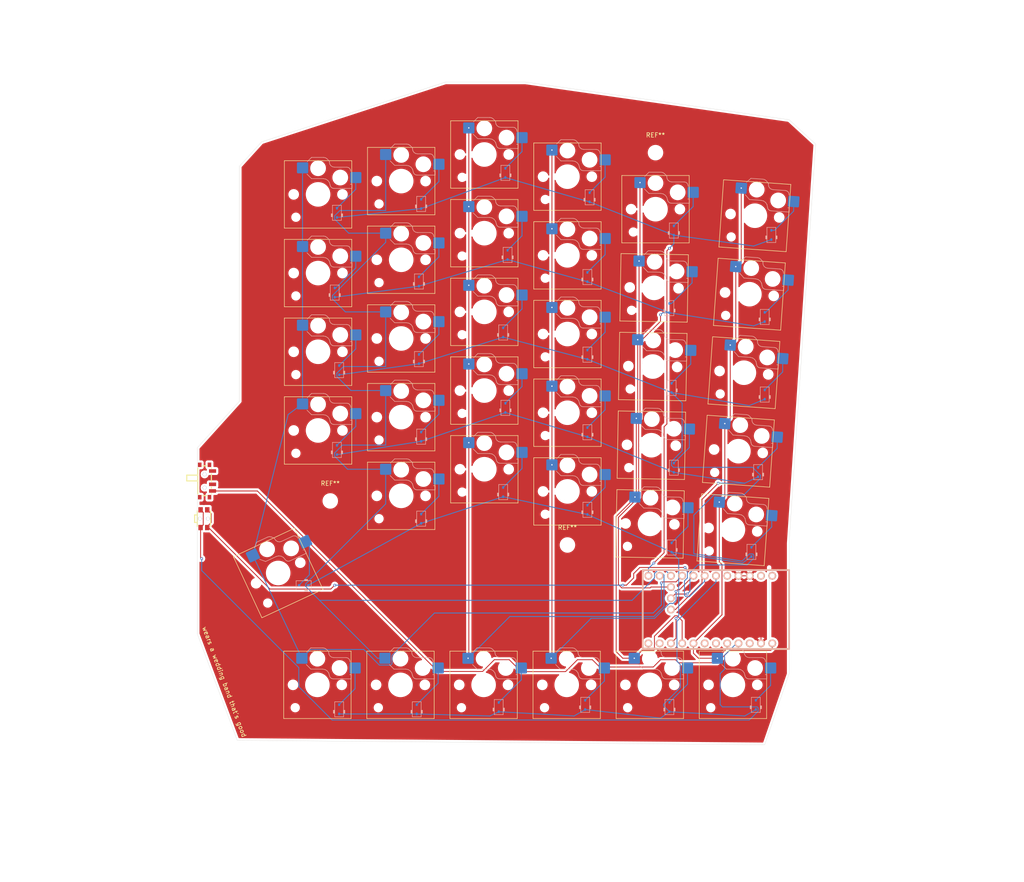
<source format=kicad_pcb>
(kicad_pcb (version 20241229) (generator "pcbnew") (generator_version "9.0")
  (layers (0 "F.Cu" signal) (2 "B.Cu" signal) (13 "F.Paste" user) (15 "B.Paste" user) (5 "F.SilkS" user "F.Silkscreen") (7 "B.SilkS" user "B.Silkscreen") (1 "F.Mask" user) (3 "B.Mask" user) (25 "Edge.Cuts" user))
  (net 0 "")
  (net 1 "Net-(D1-A)")
  (net 2 "Net-(D1-K)")
  (net 3 "Net-(D2-A)")
  (net 4 "Net-(D3-A)")
  (net 5 "Net-(D4-A)")
  (net 6 "Net-(D5-A)")
  (net 7 "Net-(D6-A)")
  (net 8 "Net-(D7-A)")
  (net 9 "Net-(D10-K)")
  (net 10 "Net-(D8-A)")
  (net 11 "Net-(D9-A)")
  (net 12 "Net-(D10-A)")
  (net 13 "Net-(D11-A)")
  (net 14 "Net-(D12-A)")
  (net 15 "Net-(D13-A)")
  (net 16 "Net-(D13-K)")
  (net 17 "Net-(D14-A)")
  (net 18 "Net-(D14-K)")
  (net 19 "Net-(D15-A)")
  (net 20 "Net-(D16-A)")
  (net 21 "Net-(D17-A)")
  (net 22 "Net-(D18-A)")
  (net 23 "Net-(D19-A)")
  (net 24 "Net-(D20-A)")
  (net 25 "Net-(D21-A)")
  (net 26 "Net-(D22-A)")
  (net 27 "Net-(D23-A)")
  (net 28 "Net-(D24-A)")
  (net 29 "Net-(D25-K)")
  (net 30 "Net-(D25-A)")
  (net 31 "Net-(D26-K)")
  (net 32 "Net-(D26-A)")
  (net 33 "Net-(D27-A)")
  (net 34 "Net-(D28-A)")
  (net 35 "Net-(D29-A)")
  (net 36 "Net-(D30-A)")
  (net 37 "Net-(D31-A)")
  (net 38 "Net-(D32-A)")
  (net 39 "Net-(D33-A)")
  (net 40 "Net-(D34-A)")
  (net 41 "Net-(D35-A)")
  (net 42 "Net-(D36-A)")
  (net 43 "Net-(SW1-A)")
  (net 44 "Net-(SW15-A)")
  (net 45 "Net-(SW17-A)")
  (net 46 "Net-(SW10-A)")
  (net 47 "Net-(SW11-A)")
  (net 48 "Net-(SW12-A)")
  (net 49 "Net-(U1-VCC)")
  (net 50 "Net-(U1-P0.22)")
  (net 51 "GND")
  (net 56 "Net-(U1-BATIN{slash}P0.04)")
  (net 57 "unconnected-(U1-NFC2{slash}P0.10-Pad14)")
  (net 67 "-BAT")
  (footprint "PCM_Switch_Keyboard_Hotswap_Kailh:SW_Hotswap_Kailh_Choc_V1V2" (layer "F.Cu") (at 176.782013 48.158052 -4)
    (property "Reference" "SW6" (hide yes))
    (property "Value" "SW_SPST" (hide yes))
  )
  (footprint "PCM_Switch_Keyboard_Hotswap_Kailh:SW_Hotswap_Kailh_Choc_V1V2" (layer "F.Cu") (at 175.543836 65.864814 -4)
    (property "Reference" "SW12" (hide yes))
    (property "Value" "SW_SPST" (hide yes))
  )
  (footprint "PCM_Switch_Keyboard_Hotswap_Kailh:SW_Hotswap_Kailh_Choc_V1V2" (layer "F.Cu") (at 78.25 43.351)
    (property "Reference" "SW1" (hide yes))
    (property "Value" "SW_SPST" (hide yes))
  )
  (footprint "PCM_Switch_Keyboard_Hotswap_Kailh:SW_Hotswap_Kailh_Choc_V1V2" (layer "F.Cu") (at 115.750001 52.101)
    (property "Reference" "SW9" (hide yes))
    (property "Value" "SW_SPST" (hide yes))
  )
  (footprint "PCM_Switch_Keyboard_Hotswap_Kailh:SW_Hotswap_Kailh_Choc_V1V2" (layer "F.Cu") (at 97.000001 58.101)
    (property "Reference" "SW8" (hide yes))
    (property "Value" "SW_SPST" (hide yes))
  )
  (footprint "PCM_Switch_Keyboard_Hotswap_Kailh:SW_Hotswap_Kailh_Choc_V1V2" (layer "F.Cu") (at 97.000001 75.851)
    (property "Reference" "SW15" (hide yes))
    (property "Value" "SW_SPST" (hide yes))
  )
  (footprint "PCM_Switch_Keyboard_Hotswap_Kailh:SW_Hotswap_Kailh_Choc_V1V2" (layer "F.Cu") (at 171.829304 153.9851)
    (property "Reference" "SW36" (hide yes))
    (property "Value" "SW_SPST" (hide yes))
  )
  (footprint "PCM_Switch_Keyboard_Hotswap_Kailh:SW_Hotswap_Kailh_Choc_V1V2" (layer "F.Cu") (at 154.054319 64.435276 -1)
    (property "Reference" "SW11" (hide yes))
    (property "Value" "SW_SPST" (hide yes))
  )
  (footprint "MountingHole:MountingHole_3mm" (layer "F.Cu") (at 81 112.5)
    (property "Reference" "REF**")
    (property "Value" "MountingHole_3mm")
  )
  (footprint "PCM_Switch_Keyboard_Hotswap_Kailh:SW_Hotswap_Kailh_Choc_V1V2" (layer "F.Cu") (at 78.093584 153.9851)
    (property "Reference" "SW26" (hide yes))
    (property "Value" "SW_SPST" (hide yes))
  )
  (footprint "PCM_Switch_Keyboard_Hotswap_Kailh:SW_Hotswap_Kailh_Choc_V1V2" (layer "F.Cu") (at 153.434758 99.92987 -1)
    (property "Reference" "SW22" (hide yes))
    (property "Value" "SW_SPST" (hide yes))
  )
  (footprint "PCM_Switch_Keyboard_Hotswap_Kailh:SW_Hotswap_Kailh_Choc_V1V2" (layer "F.Cu") (at 97.000001 40.351)
    (property "Reference" "SW2" (hide yes))
    (property "Value" "SW_SPST" (hide yes))
  )
  (footprint "PCM_Switch_Keyboard_Hotswap_Kailh:SW_Hotswap_Kailh_Choc_V1V2" (layer "F.Cu") (at 78.25 78.851)
    (property "Reference" "SW13" (hide yes))
    (property "Value" "SW_SPST" (hide yes))
  )
  (footprint "PCM_Switch_Keyboard_Hotswap_Kailh:SW_Hotswap_Kailh_Choc_V1V2" (layer "F.Cu") (at 134.5 74.851)
    (property "Reference" "SW19" (hide yes))
    (property "Value" "SW_SPST" (hide yes))
  )
  (footprint "PCM_Switch_Keyboard_Hotswap_Kailh:SW_Hotswap_Kailh_Choc_V1V2" (layer "F.Cu") (at 115.750001 69.851)
    (property "Reference" "SW17" (hide yes))
    (property "Value" "SW_SPST" (hide yes))
  )
  (footprint "PCM_Switch_Keyboard_Hotswap_Kailh:SW_Hotswap_Kailh_Choc_V1V2" (layer "F.Cu") (at 115.750001 34.351)
    (property "Reference" "SW3" (hide yes))
    (property "Value" "SW_SPST" (hide yes))
  )
  (footprint "PCM_Switch_Keyboard_Hotswap_Kailh:SW_Hotswap_Kailh_Choc_V1V2" (layer "F.Cu") (at 171.829304 118.9851 -4)
    (property "Reference" "SW35" (hide yes))
    (property "Value" "SW_SPST" (hide yes))
  )
  (footprint "PCM_Switch_Keyboard_Hotswap_Kailh:SW_Hotswap_Kailh_Choc_V1V2" (layer "F.Cu") (at 154.364099 46.68798)
    (property "Reference" "SW5" (hide yes))
    (property "Value" "SW_SPST" (hide yes))
  )
  (footprint "easyeda2kicad:SW-SMD_4P-L3.5-W3.0-P1.6-LS4.6_K2-1821SH-A4SW-06" (layer "F.Cu") (at 52.5 116.5 -90)
    (property "Reference" "SW37" (hide yes))
    (property "Value" "GT-TC045B-H036-L1A" (hide yes))
  )
  (footprint "PCM_Switch_Keyboard_Hotswap_Kailh:SW_Hotswap_Kailh_Choc_V1V2" (layer "F.Cu") (at 153.124978 117.677166 -1)
    (property "Reference" "SW33" (hide yes))
    (property "Value" "SW_SPST" (hide yes))
  )
  (footprint "PCM_Switch_Keyboard_Hotswap_Kailh:SW_Hotswap_Kailh_Choc_V1V2" (layer "F.Cu") (at 134.5 39.351)
    (property "Reference" "SW4" (hide yes))
    (property "Value" "SW_SPST" (hide yes))
  )
  (footprint "MountingHole:MountingHole_3mm" (layer "F.Cu") (at 134.5 122.435276)
    (property "Reference" "REF**")
    (property "Value" "MountingHole_3mm")
  )
  (footprint "PCM_Switch_Keyboard_Hotswap_Kailh:SW_Hotswap_Kailh_Choc_V1V2" (layer "F.Cu") (at 115.750001 87.601)
    (property "Reference" "SW18" (hide yes))
    (property "Value" "SW_SPST" (hide yes))
  )
  (footprint "PCM_Switch_Keyboard_Hotswap_Kailh:SW_Hotswap_Kailh_Choc_V1V2" (layer "F.Cu") (at 78.25 61.101)
    (property "Reference" "SW7" (hide yes))
    (property "Value" "SW_SPST" (hide yes))
  )
  (footprint "PCM_Switch_Keyboard_Hotswap_Kailh:SW_Hotswap_Kailh_Choc_V1V2" (layer "F.Cu") (at 97.000001 111.351)
    (property "Reference" "SW27" (hide yes))
    (property "Value" "SW_SPST" (hide yes))
  )
  (footprint "PCM_Switch_Keyboard_Hotswap_Kailh:SW_Hotswap_Kailh_Choc_V1V2" (layer "F.Cu") (at 174.305659 83.571576 -4)
    (property "Reference" "SW23" (hide yes))
    (property "Value" "SW_SPST" (hide yes))
  )
  (footprint "PCM_Switch_Keyboard_Hotswap_Kailh:SW_Hotswap_Kailh_Choc_V1V2" (layer "F.Cu") (at 153.744538 82.182573 -1)
    (property "Reference" "SW21" (hide yes))
    (property "Value" "SW_SPST" (hide yes))
  )
  (footprint "PCM_Switch_Keyboard_Hotswap_Kailh:SW_Hotswap_Kailh_Choc_V1V2" (layer "F.Cu") (at 115.750001 105.351)
    (property "Reference" "SW29" (hide yes))
    (property "Value" "SW_SPST" (hide yes))
  )
  (footprint "easyeda2kicad:SW-SMD_MSK12C02G15-B" (layer "F.Cu") (at 53 108 90)
    (property "Reference" "U2" (hide yes))
    (property "Value" "MSK12C02G15-B" (hide yes))
  )
  (footprint "PCM_Switch_Keyboard_Hotswap_Kailh:SW_Hotswap_Kailh_Choc_V1V2" (layer "F.Cu") (at 134.5 110.351)
    (property "Reference" "SW31" (hide yes))
    (property "Value" "SW_SPST" (hide yes))
  )
  (footprint "Nice!Nano:nice_nano" (layer "F.Cu") (at 166.73 137 180)
    (property "Reference" "U1" (hide yes))
    (property "Value" "nice_nano" (hide yes))
  )
  (footprint "PCM_Switch_Keyboard_Hotswap_Kailh:SW_Hotswap_Kailh_Choc_V1V2" (layer "F.Cu") (at 134.5 92.601)
    (property "Reference" "SW20" (hide yes))
    (property "Value" "SW_SPST" (hide yes))
  )
  (footprint "MountingHole:MountingHole_3mm" (layer "F.Cu") (at 154.364099 33.935256)
    (property "Reference" "REF**")
    (property "Value" "MountingHole_3mm")
  )
  (footprint "PCM_Switch_Keyboard_Hotswap_Kailh:SW_Hotswap_Kailh_Choc_V1V2" (layer "F.Cu") (at 97.000001 93.601)
    (property "Reference" "SW16" (hide yes))
    (property "Value" "SW_SPST" (hide yes))
  )
  (footprint "PCM_Switch_Keyboard_Hotswap_Kailh:SW_Hotswap_Kailh_Choc_V1V2" (layer "F.Cu") (at 78.25 96.601)
    (property "Reference" "SW14" (hide yes))
    (property "Value" "SW_SPST" (hide yes))
  )
  (footprint "PCM_Switch_Keyboard_Hotswap_Kailh:SW_Hotswap_Kailh_Choc_V1V2" (layer "F.Cu") (at 173.067481 101.278338 -4)
    (property "Reference" "SW24" (hide yes))
    (property "Value" "SW_SPST" (hide yes))
  )
  (footprint "PCM_Switch_Keyboard_Hotswap_Kailh:SW_Hotswap_Kailh_Choc_V1V2" (layer "F.Cu") (at 153.08216 153.9851)
    (property "Reference" "SW34" (hide yes))
    (property "Value" "SW_SPST" (hide yes))
  )
  (footprint "PCM_Switch_Keyboard_Hotswap_Kailh:SW_Hotswap_Kailh_Choc_V1V2" (layer "F.Cu") (at 69.25 128.751 25)
    (property "Reference" "SW25" (hide yes))
    (property "Value" "SW_SPST" (hide yes))
  )
  (footprint "PCM_Switch_Keyboard_Hotswap_Kailh:SW_Hotswap_Kailh_Choc_V1V2" (layer "F.Cu") (at 134.335016 153.9851)
    (property "Reference" "SW32" (hide yes))
    (property "Value" "SW_SPST" (hide yes))
  )
  (footprint "PCM_Switch_Keyboard_Hotswap_Kailh:SW_Hotswap_Kailh_Choc_V1V2" (layer "F.Cu") (at 115.587872 153.9851)
    (property "Reference" "SW30" (hide yes))
    (property "Value" "SW_SPST" (hide yes))
  )
  (footprint "PCM_Switch_Keyboard_Hotswap_Kailh:SW_Hotswap_Kailh_Choc_V1V2" (layer "F.Cu") (at 134.5 57.101)
    (property "Reference" "SW10" (hide yes))
    (property "Value" "SW_SPST" (hide yes))
  )
  (footprint "PCM_Switch_Keyboard_Hotswap_Kailh:SW_Hotswap_Kailh_Choc_V1V2" (layer "F.Cu") (at 96.840728 153.9851)
    (property "Reference" "SW28" (hide yes))
    (property "Value" "SW_SPST" (hide yes))
  )
  (footprint "PCM_Diode_SMD_AKL:D_SOD-323" (layer "B.Cu") (at 82.5 47.5 90)
    (property "Reference" "D1" (hide yes))
    (property "Value" "1N4148WS" (hide yes))
  )
  (footprint "PCM_Diode_SMD_AKL:D_SOD-323" (layer "B.Cu") (at 158 123 90)
    (property "Reference" "D33" (hide yes))
    (property "Value" "1N4148WS" (hide yes))
  )
  (footprint "PCM_Diode_SMD_AKL:D_SOD-323" (layer "B.Cu") (at 101.5 116.5 90)
    (property "Reference" "D27" (hide yes))
    (property "Value" "1N4148WS" (hide yes))
  )
  (footprint "PCM_Diode_SMD_AKL:D_SOD-323" (layer "B.Cu") (at 75 131.5 180)
    (property "Reference" "D25" (hide yes))
    (property "Value" "1N4148WS" (hide yes))
  )
  (footprint "PCM_Diode_SMD_AKL:D_SOD-323" (layer "B.Cu") (at 158.5 105 90)
    (property "Reference" "D22" (hide yes))
    (property "Value" "1N4148WS" (hide yes))
  )
  (footprint "PCM_Diode_SMD_AKL:D_SOD-323" (layer "B.Cu") (at 157.5 159 90)
    (property "Reference" "D34" (hide yes))
    (property "Value" "1N4148WS" (hide yes))
  )
  (footprint "PCM_Diode_SMD_AKL:D_SOD-323" (layer "B.Cu") (at 158 87 90)
    (property "Reference" "D21" (hide yes))
    (property "Value" "1N4148WS" (hide yes))
  )
  (footprint "PCM_Diode_SMD_AKL:D_SOD-323" (layer "B.Cu") (at 101 63 90)
    (property "Reference" "D8" (hide yes))
    (property "Value" "1N4148WS" (hide yes))
  )
  (footprint "PCM_Diode_SMD_AKL:D_SOD-323" (layer "B.Cu") (at 82.5 101 90)
    (property "Reference" "D14" (hide yes))
    (property "Value" "1N4148WS" (hide yes))
  )
  (footprint "PCM_Diode_SMD_AKL:D_SOD-323" (layer "B.Cu") (at 101.5 45.5 90)
    (property "Reference" "D2" (hide yes))
    (property "Value" "1N4148WS" (hide yes))
  )
  (footprint "PCM_Diode_SMD_AKL:D_SOD-323" (layer "B.Cu") (at 101.5 98 90)
    (property "Reference" "D16" (hide yes))
    (property "Value" "1N4148WS" (hide yes))
  )
  (footprint "PCM_Diode_SMD_AKL:D_SOD-323" (layer "B.Cu") (at 177 158.5 90)
    (property "Reference" "D36" (hide yes))
    (property "Value" "1N4148WS" (hide yes))
  )
  (footprint "PCM_Diode_SMD_AKL:D_SOD-323" (layer "B.Cu") (at 179 71 90)
    (property "Reference" "D12" (hide yes))
    (property "Value" "1N4148WS" (hide yes))
  )
  (footprint "PCM_Diode_SMD_AKL:D_SOD-323" (layer "B.Cu") (at 83 83 90)
    (property "Reference" "D13" (hide yes))
    (property "Value" "1N4148WS" (hide yes))
  )
  (footprint "PCM_Diode_SMD_AKL:D_SOD-323" (layer "B.Cu") (at 82 65.5 90)
    (property "Reference" "D7" (hide yes))
    (property "Value" "1N4148WS" (hide yes))
  )
  (footprint "PCM_Diode_SMD_AKL:D_SOD-323" (layer "B.Cu") (at 100.5 159.5 90)
    (property "Reference" "D28" (hide yes))
    (property "Value" "1N4148WS" (hide yes))
  )
  (footprint "PCM_Diode_SMD_AKL:D_SOD-323" (layer "B.Cu") (at 139 62 90)
    (property "Reference" "D10" (hide yes))
    (property "Value" "1N4148WS" (hide yes))
  )
  (footprint "PCM_Diode_SMD_AKL:D_SOD-323" (layer "B.Cu") (at 139 97 90)
    (property "Reference" "D20" (hide yes))
    (property "Value" "1N4148WS" (hide yes))
  )
  (footprint "PCM_Diode_SMD_AKL:D_SOD-323" (layer "B.Cu") (at 120 74.5 90)
    (property "Reference" "D17" (hide yes))
    (property "Value" "1N4148WS" (hide yes))
  )
  (footprint "PCM_Diode_SMD_AKL:D_SOD-323" (layer "B.Cu") (at 157.5 69 90)
    (property "Reference" "D11" (hide yes))
    (property "Value" "1N4148WS" (hide yes))
  )
  (footprint "PCM_Diode_SMD_AKL:D_SOD-323" (layer "B.Cu") (at 180.5 52.5 90)
    (property "Reference" "D6" (hide yes))
    (property "Value" "1N4148WS" (hide yes))
  )
  (footprint "PCM_Diode_SMD_AKL:D_SOD-323" (layer "B.Cu") (at 120.5 91.5 90)
    (property "Reference" "D18" (hide yes))
    (property "Value" "1N4148WS" (hide yes))
  )
  (footprint "PCM_Diode_SMD_AKL:D_SOD-323" (layer "B.Cu") (at 83 159.5 90)
    (property "Reference" "D26" (hide yes))
    (property "Value" "1N4148WS" (hide yes))
  )
  (footprint "PCM_Diode_SMD_AKL:D_SOD-323" (layer "B.Cu") (at 179 88.5 90)
    (property "Reference" "D23" (hide yes))
    (property "Value" "1N4148WS" (hide yes))
  )
  (footprint "PCM_Diode_SMD_AKL:D_SOD-323" (layer "B.Cu") (at 139.5 44 90)
    (property "Reference" "D4" (hide yes))
    (property "Value" "1N4148WS" (hide yes))
  )
  (footprint "PCM_Diode_SMD_AKL:D_SOD-323" (layer "B.Cu") (at 120 110.5 90)
    (property "Reference" "D29" (hide yes))
    (property "Value" "1N4148WS" (hide yes))
  )
  (footprint "PCM_Diode_SMD_AKL:D_SOD-323" (layer "B.Cu") (at 139 114.5 90)
    (property "Reference" "D31" (hide yes))
    (property "Value" "1N4148WS" (hide yes))
  )
  (footprint "PCM_Diode_SMD_AKL:D_SOD-323" (layer "B.Cu") (at 139 79.5 90)
    (property "Reference" "D19" (hide yes))
    (property "Value" "1N4148WS" (hide yes))
  )
  (footprint "PCM_Diode_SMD_AKL:D_SOD-323" (layer "B.Cu") (at 138.5 158.5 90)
    (property "Reference" "D32" (hide yes))
    (property "Value" "1N4148WS" (hide yes))
  )
  (footprint "PCM_Diode_SMD_AKL:D_SOD-323" (layer "B.Cu") (at 119 159 90)
    (property "Reference" "D30" (hide yes))
    (property "Value" "1N4148WS" (hide yes))
  )
  (footprint "PCM_Diode_SMD_AKL:D_SOD-323" (layer "B.Cu") (at 158.5 51.5 90)
    (property "Reference" "D5" (hide yes))
    (property "Value" "1N4148WS" (hide yes))
  )
  (footprint "PCM_Diode_SMD_AKL:D_SOD-323" (layer "B.Cu") (at 101 80.5 90)
    (property "Reference" "D15" (hide yes))
    (property "Value" "1N4148WS" (hide yes))
  )
  (footprint "PCM_Diode_SMD_AKL:D_SOD-323" (layer "B.Cu") (at 176 124 90)
    (property "Reference" "D35" (hide yes))
    (property "Value" "1N4148WS" (hide yes))
  )
  (footprint "PCM_Diode_SMD_AKL:D_SOD-323" (layer "B.Cu") (at 121 57 90)
    (property "Reference" "D9" (hide yes))
    (property "Value" "1N4148WS" (hide yes))
  )
  (footprint "PCM_Diode_SMD_AKL:D_SOD-323" (layer "B.Cu") (at 120.5 38.5 90)
    (property "Reference" "D3" (hide yes))
    (property "Value" "1N4148WS" (hide yes))
  )
  (footprint "PCM_Diode_SMD_AKL:D_SOD-323" (layer "B.Cu") (at 177.5 106 90)
    (property "Reference" "D24" (hide yes))
    (property "Value" "1N4148WS" (hide yes))
  )
  (gr_line (start 65.5 31.5) (end 107 18) (stroke (width 0.05)) (layer "Edge.Cuts"))
  (gr_line (start 60.5 37) (end 65.5 31.5) (stroke (width 0.05)) (layer "Edge.Cuts"))
  (gr_line (start 180 127.5) (end 180 144.5) (stroke (width 0.05)) (layer "Edge.Cuts"))
  (gr_line (start 184.5 151.5) (end 179 167.5) (stroke (width 0.05)) (layer "Edge.Cuts"))
  (gr_line (start 107 18) (end 125 18) (stroke (width 0.05)) (layer "Edge.Cuts"))
  (gr_line (start 125 18) (end 184.5 26.5) (stroke (width 0.05)) (layer "Edge.Cuts"))
  (gr_line (start 184.5 26.5) (end 190.5 32) (stroke (width 0.05)) (layer "Edge.Cuts"))
  (gr_line (start 60.5 90) (end 60.5 37) (stroke (width 0.05)) (layer "Edge.Cuts"))
  (gr_line (start 51 142.5) (end 51 100.5) (stroke (width 0.05)) (layer "Edge.Cuts"))
  (gr_line (start 184.5 122) (end 190.5 32) (stroke (width 0.05)) (layer "Edge.Cuts"))
  (gr_line (start 179 167.5) (end 60 166.5) (stroke (width 0.05)) (layer "Edge.Cuts"))
  (gr_line (start 60 166.5) (end 51 142.5) (stroke (width 0.05)) (layer "Edge.Cuts"))
  (gr_line (start 184.5 151.5) (end 184.5 122) (stroke (width 0.05)) (layer "Edge.Cuts"))
  (gr_line (start 60.5 90) (end 51 100.5) (stroke (width 0.05)) (layer "Edge.Cuts"))
  (gr_text "wears a wedding band that's good" (at 52 141 290) (layer "F.SilkS") (effects (font (size 1 1)) (justify left bottom)))
  (segment (start 86.75 39.551) (end 86.75 42.2) (width 0.2) (layer "B.Cu") (net 1))
  (segment (start 86.75 42.2) (end 82.5 46.45) (width 0.2) (layer "B.Cu") (net 1))
  (segment (start 157.5 55.5) (end 156.930319 56.069681) (width 0.2) (layer "F.Cu") (net 2))
  (segment (start 156.310758 95.754204) (end 156.310758 121.329245) (width 0.2) (layer "F.Cu") (net 2))
  (segment (start 156.930319 56.069681) (end 156.930319 95.134643) (width 0.2) (layer "F.Cu") (net 2))
  (segment (start 156.310758 124.189242) (end 154 126.5) (width 0.2) (layer "F.Cu") (net 2))
  (segment (start 156.310758 121.329245) (end 156.310758 124.189242) (width 0.2) (layer "F.Cu") (net 2))
  (segment (start 156.930319 95.134643) (end 156.310758 95.754204) (width 0.2) (layer "F.Cu") (net 2))
  (via (at 154 126.5) (size 0.6) (drill 0.3) (layers "F.Cu" "B.Cu") (net 2))
  (via (at 157.5 55.5) (size 0.6) (drill 0.3) (layers "F.Cu" "B.Cu") (net 2))
  (segment (start 152.760001 127.739999) (end 152.760001 129.380002) (width 0.2) (layer "B.Cu") (net 2))
  (segment (start 158.5 52.55) (end 176.5 55) (width 0.2) (layer "B.Cu") (net 2))
  (segment (start 82.5 48.55) (end 101.5 46.55) (width 0.2) (layer "B.Cu") (net 2))
  (segment (start 101.5 46.55) (end 120.5 39.55) (width 0.2) (layer "B.Cu") (net 2))
  (segment (start 158.5 52.55) (end 158.5 54.5) (width 0.2) (layer "B.Cu") (net 2))
  (segment (start 176.5 55) (end 180.5 53.55) (width 0.2) (layer "B.Cu") (net 2))
  (segment (start 139.5 45.05) (end 158.5 52.55) (width 0.2) (layer "B.Cu") (net 2))
  (segment (start 154 126.5) (end 152.760001 127.739999) (width 0.2) (layer "B.Cu") (net 2))
  (segment (start 120.5 39.55) (end 139.5 45.05) (width 0.2) (layer "B.Cu") (net 2))
  (segment (start 158.5 54.5) (end 157.5 55.5) (width 0.2) (layer "B.Cu") (net 2))
  (segment (start 101.5 44.45) (end 105.500001 40.449999) (width 0.2) (layer "B.Cu") (net 3))
  (segment (start 105.500001 40.449999) (end 105.500001 36.551) (width 0.2) (layer "B.Cu") (net 3))
  (segment (start 120.5 37.45) (end 124.250001 33.699999) (width 0.2) (layer "B.Cu") (net 4))
  (segment (start 124.250001 33.699999) (end 124.250001 30.551) (width 0.2) (layer "B.Cu") (net 4))
  (segment (start 143 39.45) (end 143 35.551) (width 0.2) (layer "B.Cu") (net 5))
  (segment (start 139.5 42.95) (end 143 39.45) (width 0.2) (layer "B.Cu") (net 5))
  (segment (start 158.5 50.45) (end 162.864099 46.085901) (width 0.2) (layer "B.Cu") (net 6))
  (segment (start 162.864099 46.085901) (end 162.864099 42.88798) (width 0.2) (layer "B.Cu") (net 6))
  (segment (start 185.526382 47.123838) (end 185.526382 44.960239) (width 0.2) (layer "B.Cu") (net 7))
  (segment (start 181.20022 51.45) (end 185.526382 47.123838) (width 0.2) (layer "B.Cu") (net 7))
  (segment (start 180.5 51.45) (end 181.20022 51.45) (width 0.2) (layer "B.Cu") (net 7))
  (segment (start 86.75 59.940892) (end 86.75 57.301) (width 0.2) (layer "B.Cu") (net 8))
  (segment (start 82.240892 64.45) (end 86.75 59.940892) (width 0.2) (layer "B.Cu") (net 8))
  (segment (start 82 64.45) (end 82.240892 64.45) (width 0.2) (layer "B.Cu") (net 8))
  (segment (start 150.868538 76.609376) (end 155.5 71.977914) (width 0.2) (layer "F.Cu") (net 9))
  (segment (start 146 116.197165) (end 150.558758 111.638407) (width 0.2) (layer "F.Cu") (net 9))
  (segment (start 150.558758 111.638407) (end 150.558758 94.200891) (width 0.2) (layer "F.Cu") (net 9))
  (segment (start 150.868538 93.891111) (end 150.868538 76.609376) (width 0.2) (layer "F.Cu") (net 9))
  (segment (start 146 131.349943) (end 146 116.197165) (width 0.2) (layer "F.Cu") (net 9))
  (segment (start 153.34 131.920003) (end 157.84 131.920003) (width 0.2) (layer "F.Cu") (net 9))
  (segment (start 155.5 71.977914) (end 155.5 70.5) (width 0.2) (layer "F.Cu") (net 9))
  (segment (start 146.751057 132.101) (end 146 131.349943) (width 0.2) (layer "F.Cu") (net 9))
  (segment (start 153.34 131.920003) (end 153.159003 132.101) (width 0.2) (layer "F.Cu") (net 9))
  (segment (start 153.159003 132.101) (end 146.751057 132.101) (width 0.2) (layer "F.Cu") (net 9))
  (segment (start 150.558758 94.200891) (end 150.868538 93.891111) (width 0.2) (layer "F.Cu") (net 9))
  (via (at 155.5 70.5) (size 0.6) (drill 0.3) (layers "F.Cu" "B.Cu") (net 9))
  (segment (start 101 64.05) (end 121 58.05) (width 0.2) (layer "B.Cu") (net 9))
  (segment (start 157.5 70.05) (end 176.5 73) (width 0.2) (layer "B.Cu") (net 9))
  (segment (start 121 58.05) (end 139 63.05) (width 0.2) (layer "B.Cu") (net 9))
  (segment (start 176.5 73) (end 179 72.05) (width 0.2) (layer "B.Cu") (net 9))
  (segment (start 155.5 70.5) (end 155.95 70.05) (width 0.2) (layer "B.Cu") (net 9))
  (segment (start 139 63.05) (end 157.5 70.05) (width 0.2) (layer "B.Cu") (net 9))
  (segment (start 82 66.55) (end 101 64.05) (width 0.2) (layer "B.Cu") (net 9))
  (segment (start 155.95 70.05) (end 157.5 70.05) (width 0.2) (layer "B.Cu") (net 9))
  (segment (start 105.500001 57.449999) (end 105.500001 54.301) (width 0.2) (layer "B.Cu") (net 10))
  (segment (start 101 61.95) (end 105.500001 57.449999) (width 0.2) (layer "B.Cu") (net 10))
  (segment (start 124.250001 52.699999) (end 124.250001 48.301) (width 0.2) (layer "B.Cu") (net 11))
  (segment (start 121 55.95) (end 124.250001 52.699999) (width 0.2) (layer "B.Cu") (net 11))
  (segment (start 139 60.95) (end 143 56.95) (width 0.2) (layer "B.Cu") (net 12))
  (segment (start 143 56.95) (end 143 53.301) (width 0.2) (layer "B.Cu") (net 12))
  (segment (start 162.619344 63.305293) (end 162.619344 60.7842) (width 0.2) (layer "B.Cu") (net 13))
  (segment (start 157.5 67.95) (end 157.974637 67.95) (width 0.2) (layer "B.Cu") (net 13))
  (segment (start 157.974637 67.95) (end 162.619344 63.305293) (width 0.2) (layer "B.Cu") (net 13))
  (segment (start 184.288205 64.886794) (end 184.288205 62.667001) (width 0.2) (layer "B.Cu") (net 14))
  (segment (start 179 69.95) (end 179.224999 69.95) (width 0.2) (layer "B.Cu") (net 14))
  (segment (start 179.224999 69.95) (end 184.288205 64.886794) (width 0.2) (layer "B.Cu") (net 14))
  (segment (start 83 81.95) (end 86.75 78.2) (width 0.2) (layer "B.Cu") (net 15))
  (segment (start 86.75 78.2) (end 86.75 75.051) (width 0.2) (layer "B.Cu") (net 15))
  (segment (start 157.840004 134.460001) (end 158.800005 133.5) (width 0.2) (layer "F.Cu") (net 16))
  (segment (start 158.800005 133.5) (end 161.5 133.5) (width 0.2) (layer "F.Cu") (net 16))
  (via (at 161.5 133.5) (size 0.6) (drill 0.3) (layers "F.Cu" "B.Cu") (net 16))
  (segment (start 101 81.55) (end 120 75.55) (width 0.2) (layer "B.Cu") (net 16))
  (segment (start 163.922149 126.922149) (end 162.137301 128.706997) (width 0.2) (layer "B.Cu") (net 16))
  (segment (start 158.41601 104.91601) (end 176.253904 104.91601) (width 0.2) (layer "B.Cu") (net 16))
  (segment (start 158 88.05) (end 160.376316 90.426316) (width 0.2) (layer "B.Cu") (net 16))
  (segment (start 176.526 125.411894) (end 175.015745 126.922149) (width 0.2) (layer "B.Cu") (net 16))
  (segment (start 162.137301 128.706997) (end 162.137301 132.862699) (width 0.2) (layer "B.Cu") (net 16))
  (segment (start 173.897935 126.078697) (end 175.527632 124.449) (width 0.2) (layer "B.Cu") (net 16))
  (segment (start 163 115.704844) (end 163 124.335188) (width 0.2) (layer "B.Cu") (net 16))
  (segment (start 158 88.05) (end 175.5 91) (width 0.2) (layer "B.Cu") (net 16))
  (segment (start 174.303499 111.134395) (end 167.570449 111.134395) (width 0.2) (layer "B.Cu") (net 16))
  (segment (start 176.253904 104.91601) (end 178.026 106.688106) (width 0.2) (layer "B.Cu") (net 16))
  (segment (start 83 84.05) (end 101 81.55) (width 0.2) (layer "B.Cu") (net 16))
  (segment (start 162.137301 132.862699) (end 161.5 133.5) (width 0.2) (layer "B.Cu") (net 16))
  (segment (start 176.526 124.688106) (end 176.526 125.411894) (width 0.2) (layer "B.Cu") (net 16))
  (segment (start 175.015745 126.922149) (end 163.922149 126.922149) (width 0.2) (layer "B.Cu") (net 16))
  (segment (start 175.527632 124.449) (end 176.286894 124.449) (width 0.2) (layer "B.Cu") (net 16))
  (segment (start 175.5 91) (end 179 89.55) (width 0.2) (layer "B.Cu") (net 16))
  (segment (start 160.376316 90.426316) (end 160.376316 101.18579) (width 0.2) (layer "B.Cu") (net 16))
  (segment (start 157.974 104.474) (end 158.41601 104.91601) (width 0.2) (layer "B.Cu") (net 16))
  (segment (start 163 124.335188) (end 163.088281 124.423469) (width 0.2) (layer "B.Cu") (net 16))
  (segment (start 178.026 106.688106) (end 178.026 107.411894) (width 0.2) (layer "B.Cu") (net 16))
  (segment (start 157.974 103.588106) (end 157.974 104.474) (width 0.2) (layer "B.Cu") (net 16))
  (segment (start 176.286894 124.449) (end 176.526 124.688106) (width 0.2) (layer "B.Cu") (net 16))
  (segment (start 160.376316 101.18579) (end 157.974 103.588106) (width 0.2) (layer "B.Cu") (net 16))
  (segment (start 163.088281 124.423469) (end 173.897935 126.078697) (width 0.2) (layer "B.Cu") (net 16))
  (segment (start 139 80.55) (end 158 88.05) (width 0.2) (layer "B.Cu") (net 16))
  (segment (start 120 75.55) (end 139 80.55) (width 0.2) (layer "B.Cu") (net 16))
  (segment (start 167.570449 111.134395) (end 163 115.704844) (width 0.2) (layer "B.Cu") (net 16))
  (segment (start 178.026 107.411894) (end 174.303499 111.134395) (width 0.2) (layer "B.Cu") (net 16))
  (segment (start 82.5 99.95) (end 86.75 95.7) (width 0.2) (layer "B.Cu") (net 17))
  (segment (start 86.75 95.7) (end 86.75 92.801) (width 0.2) (layer "B.Cu") (net 17))
  (segment (start 164.862698 112.137302) (end 168.5 108.5) (width 0.2) (layer "F.Cu") (net 18))
  (segment (start 164.862698 130.987245) (end 164.862698 112.137302) (width 0.2) (layer "F.Cu") (net 18))
  (segment (start 158.849944 136.999999) (end 157.839999 136.999999) (width 0.2) (layer "F.Cu") (net 18))
  (segment (start 158.849944 136.999999) (end 164.862698 130.987245) (width 0.2) (layer "F.Cu") (net 18))
  (via (at 168.5 108.5) (size 0.6) (drill 0.3) (layers "F.Cu" "B.Cu") (net 18))
  (segment (start 139 98.05) (end 158.5 106.05) (width 0.2) (layer "B.Cu") (net 18))
  (segment (start 101.5 99.05) (end 120.5 92.55) (width 0.2) (layer "B.Cu") (net 18))
  (segment (start 174.5 108.5) (end 177.5 107.05) (width 0.2) (layer "B.Cu") (net 18))
  (segment (start 82.5 102.05) (end 101.5 99.05) (width 0.2) (layer "B.Cu") (net 18))
  (segment (start 120.5 92.55) (end 139 98.05) (width 0.2) (layer "B.Cu") (net 18))
  (segment (start 168.5 108.5) (end 174.5 108.5) (width 0.2) (layer "B.Cu") (net 18))
  (segment (start 158.5 106.05) (end 174.5 108.5) (width 0.2) (layer "B.Cu") (net 18))
  (segment (start 105.500001 74.949999) (end 105.500001 72.051) (width 0.2) (layer "B.Cu") (net 19))
  (segment (start 101 79.45) (end 105.500001 74.949999) (width 0.2) (layer "B.Cu") (net 19))
  (segment (start 101.5 96.95) (end 105.500001 92.949999) (width 0.2) (layer "B.Cu") (net 20))
  (segment (start 105.500001 92.949999) (end 105.500001 89.801) (width 0.2) (layer "B.Cu") (net 20))
  (segment (start 120 73.45) (end 124.250001 69.199999) (width 0.2) (layer "B.Cu") (net 21))
  (segment (start 124.250001 69.199999) (end 124.250001 66.051) (width 0.2) (layer "B.Cu") (net 21))
  (segment (start 124.250001 86.699999) (end 124.250001 83.801) (width 0.2) (layer "B.Cu") (net 22))
  (segment (start 120.5 90.45) (end 124.250001 86.699999) (width 0.2) (layer "B.Cu") (net 22))
  (segment (start 143 74.45) (end 143 71.051) (width 0.2) (layer "B.Cu") (net 23))
  (segment (start 139 78.45) (end 143 74.45) (width 0.2) (layer "B.Cu") (net 23))
  (segment (start 139 95.95) (end 143 91.95) (width 0.2) (layer "B.Cu") (net 24))
  (segment (start 143 91.95) (end 143 88.801) (width 0.2) (layer "B.Cu") (net 24))
  (segment (start 158 85.95) (end 162.309563 81.640437) (width 0.2) (layer "B.Cu") (net 25))
  (segment (start 162.309563 81.640437) (end 162.309563 78.531497) (width 0.2) (layer "B.Cu") (net 25))
  (segment (start 158.5 103.95) (end 161.999783 100.450217) (width 0.2) (layer "B.Cu") (net 26))
  (segment (start 161.999783 100.450217) (end 161.999783 96.278794) (width 0.2) (layer "B.Cu") (net 26))
  (segment (start 183.050028 83.399972) (end 183.050028 80.373763) (width 0.2) (layer "B.Cu") (net 27))
  (segment (start 179 87.45) (end 183.050028 83.399972) (width 0.2) (layer "B.Cu") (net 27))
  (segment (start 181.81185 100.63815) (end 181.81185 98.080525) (width 0.2) (layer "B.Cu") (net 28))
  (segment (start 177.5 104.95) (end 181.81185 100.63815) (width 0.2) (layer "B.Cu") (net 28))
  (segment (start 158.993258 138.993258) (end 158.993258 143.466742) (width 0.2) (layer "F.Cu") (net 29))
  (segment (start 158.993258 143.466742) (end 157.840001 144.619999) (width 0.2) (layer "F.Cu") (net 29))
  (via (at 158.993258 138.993258) (size 0.6) (drill 0.3) (layers "F.Cu" "B.Cu") (net 29))
  (segment (start 158 124.05) (end 159.597302 125.647302) (width 0.2) (layer "B.Cu") (net 29))
  (segment (start 174 126.5) (end 176 125.05) (width 0.2) (layer "B.Cu") (net 29))
  (segment (start 159.597302 125.647302) (end 159.597302 138.362698) (width 0.2) (layer "B.Cu") (net 29))
  (segment (start 139 115.55) (end 158 124.05) (width 0.2) (layer "B.Cu") (net 29))
  (segment (start 159.597302 138.389214) (end 158.993258 138.993258) (width 0.2) (layer "B.Cu") (net 29))
  (segment (start 120 111.55) (end 139 115.55) (width 0.2) (layer "B.Cu") (net 29))
  (segment (start 159.597302 138.362698) (end 159.597302 138.389214) (width 0.2) (layer "B.Cu") (net 29))
  (segment (start 101.5 117.55) (end 120 111.55) (width 0.2) (layer "B.Cu") (net 29))
  (segment (start 76.05 131.5) (end 101.5 117.55) (width 0.2) (layer "B.Cu") (net 29))
  (segment (start 158 124.05) (end 174 126.5) (width 0.2) (layer "B.Cu") (net 29))
  (segment (start 73.95 131.5) (end 76.288276 129.161724) (width 0.2) (layer "B.Cu") (net 30))
  (segment (start 76.288276 129.161724) (end 76.288276 122.655384) (width 0.2) (layer "B.Cu") (net 30))
  (segment (start 76.288276 122.655384) (end 75.347667 121.714775) (width 0.2) (layer "B.Cu") (net 30))
  (segment (start 157.5 160.05) (end 156.20616 158.75616) (width 0.2) (layer "B.Cu") (net 31))
  (segment (start 174.5 161) (end 177 159.55) (width 0.2) (layer "B.Cu") (net 31))
  (segment (start 157.5 160.05) (end 174.5 161) (width 0.2) (layer "B.Cu") (net 31))
  (segment (start 159.95816 149.408035) (end 159.95816 154.603946) (width 0.2) (layer "B.Cu") (net 31))
  (segment (start 163.167523 135.667523) (end 167.999998 130.835048) (width 0.2) (layer "B.Cu") (net 31))
  (segment (start 163.167523 135.667523) (end 163.499998 135.335047) (width 0.2) (layer "B.Cu") (net 31))
  (segment (start 163.167523 135.667523) (end 159.202699 139.632347) (width 0.2) (layer "B.Cu") (net 31))
  (segment (start 100.5 160.55) (end 117 161) (width 0.2) (layer "B.Cu") (net 31))
  (segment (start 167.999998 130.835048) (end 167.999998 129.380002) (width 0.2) (layer "B.Cu") (net 31))
  (segment (start 119 160.05) (end 136 161) (width 0.2) (layer "B.Cu") (net 31))
  (segment (start 138.5 159.55) (end 155.5 161.5) (width 0.2) (layer "B.Cu") (net 31))
  (segment (start 83 160.55) (end 100.5 160.55) (width 0.2) (layer "B.Cu") (net 31))
  (segment (start 155.5 161.5) (end 157.5 160.05) (width 0.2) (layer "B.Cu") (net 31))
  (segment (start 136 161) (end 138.5 159.55) (width 0.2) (layer "B.Cu") (net 31))
  (segment (start 156.20616 158.355946) (end 156.20616 158.75616) (width 0.2) (layer "B.Cu") (net 31))
  (segment (start 159.95816 154.603946) (end 156.20616 158.355946) (width 0.2) (layer "B.Cu") (net 31))
  (segment (start 159.202699 148.652574) (end 159.95816 149.408035) (width 0.2) (layer "B.Cu") (net 31))
  (segment (start 159.202699 139.632347) (end 159.202699 148.652574) (width 0.2) (layer "B.Cu") (net 31))
  (segment (start 117 161) (end 119 160.05) (width 0.2) (layer "B.Cu") (net 31))
  (segment (start 83 158.45) (end 86.593584 154.856416) (width 0.2) (layer "B.Cu") (net 32))
  (segment (start 86.593584 154.856416) (end 86.593584 150.1851) (width 0.2) (layer "B.Cu") (net 32))
  (segment (start 101.5 115.45) (end 105.500001 111.449999) (width 0.2) (layer "B.Cu") (net 33))
  (segment (start 105.500001 111.449999) (end 105.500001 107.551) (width 0.2) (layer "B.Cu") (net 33))
  (segment (start 100.5 158.45) (end 105.340728 153.609272) (width 0.2) (layer "B.Cu") (net 34))
  (segment (start 105.340728 153.609272) (end 105.340728 150.1851) (width 0.2) (layer "B.Cu") (net 34))
  (segment (start 124.250001 105.199999) (end 124.250001 101.551) (width 0.2) (layer "B.Cu") (net 35))
  (segment (start 120 109.45) (end 124.250001 105.199999) (width 0.2) (layer "B.Cu") (net 35))
  (segment (start 119 157.95) (end 124.087872 152.862128) (width 0.2) (layer "B.Cu") (net 36))
  (segment (start 124.087872 152.862128) (end 124.087872 150.1851) (width 0.2) (layer "B.Cu") (net 36))
  (segment (start 143 109.45) (end 143 106.551) (width 0.2) (layer "B.Cu") (net 37))
  (segment (start 139 113.45) (end 143 109.45) (width 0.2) (layer "B.Cu") (net 37))
  (segment (start 138.5 157.45) (end 142.835016 153.114984) (width 0.2) (layer "B.Cu") (net 38))
  (segment (start 142.835016 153.114984) (end 142.835016 150.1851) (width 0.2) (layer "B.Cu") (net 38))
  (segment (start 161.690003 118.259997) (end 161.690003 114.02609) (width 0.2) (layer "B.Cu") (net 39))
  (segment (start 158 121.95) (end 161.690003 118.259997) (width 0.2) (layer "B.Cu") (net 39))
  (segment (start 157.5 157.95) (end 161.58216 153.86784) (width 0.2) (layer "B.Cu") (net 40))
  (segment (start 161.58216 153.86784) (end 161.58216 150.1851) (width 0.2) (layer "B.Cu") (net 40))
  (segment (start 180.573673 118.376327) (end 180.573673 115.787287) (width 0.2) (layer "B.Cu") (net 41))
  (segment (start 176 122.95) (end 180.573673 118.376327) (width 0.2) (layer "B.Cu") (net 41))
  (segment (start 180.329304 154.120696) (end 180.329304 150.1851) (width 0.2) (layer "B.Cu") (net 42))
  (segment (start 177 157.45) (end 180.329304 154.120696) (width 0.2) (layer "B.Cu") (net 42))
  (segment (start 155.938297 130.742703) (end 159.017297 130.742703) (width 0.2) (layer "F.Cu") (net 43))
  (segment (start 155.681 131) (end 155.938297 130.742703) (width 0.2) (layer "F.Cu") (net 43))
  (segment (start 159.017297 130.742703) (end 160.38 129.38) (width 0.2) (layer "F.Cu") (net 43))
  (via (at 155.681 131) (size 0.6) (drill 0.3) (layers "F.Cu" "B.Cu") (net 43))
  (segment (start 104.493464 137.779299) (end 94.916728 147.356035) (width 0.2) (layer "B.Cu") (net 43))
  (segment (start 71.5 93) (end 74.75 90.601) (width 0.2) (layer "B.Cu") (net 43))
  (segment (start 94.600888 149.5361) (end 92.080568 149.5361) (width 0.2) (layer "B.Cu") (net 43))
  (segment (start 74.75 55.101) (end 74.75 37.351) (width 0.2) (layer "B.Cu") (net 43))
  (segment (start 94.916728 149.22026) (end 94.600888 149.5361) (width 0.2) (layer "B.Cu") (net 43))
  (segment (start 76.578684 146) (end 74.593584 147.9851) (width 0.2) (layer "B.Cu") (net 43))
  (segment (start 155.681 131) (end 155.681 135.925952) (width 0.2) (layer "B.Cu") (net 43))
  (segment (start 155.681 135.925952) (end 153.827653 137.779299) (width 0.2) (layer "B.Cu") (net 43))
  (segment (start 63.542213 124.792317) (end 71.5 93) (width 0.2) (layer "B.Cu") (net 43))
  (segment (start 92.080568 149.5361) (end 88.544468 146) (width 0.2) (layer "B.Cu") (net 43))
  (segment (start 153.827653 137.779299) (end 104.493464 137.779299) (width 0.2) (layer "B.Cu") (net 43))
  (segment (start 88.544468 146) (end 76.578684 146) (width 0.2) (layer "B.Cu") (net 43))
  (segment (start 94.916728 147.356035) (end 94.916728 149.22026) (width 0.2) (layer "B.Cu") (net 43))
  (segment (start 74.75 72.851) (end 74.75 55.101) (width 0.2) (layer "B.Cu") (net 43))
  (segment (start 74.593584 147.9851) (end 63.542213 124.792317) (width 0.2) (layer "B.Cu") (net 43))
  (segment (start 74.75 90.601) (end 74.75 72.851) (width 0.2) (layer "B.Cu") (net 43))
  (segment (start 83.173217 46.988889) (end 81.974 48.188106) (width 0.2) (layer "B.Cu") (net 44))
  (segment (start 84.913106 105.351) (end 93.500001 105.351) (width 0.2) (layer "B.Cu") (net 44))
  (segment (start 154.812346 128.202703) (end 156.662706 128.202703) (width 0.2) (layer "B.Cu") (net 44))
  (segment (start 75.449 131.786894) (end 78.581053 134.918947) (width 0.2) (layer "B.Cu") (net 44))
  (segment (start 81.474 66.188106) (end 81.474 66.911894) (width 0.2) (layer "B.Cu") (net 44))
  (segment (start 85.663106 87.601) (end 93.500001 87.601) (width 0.2) (layer "B.Cu") (net 44))
  (segment (start 93.500001 87.601) (end 93.500001 99.90719) (width 0.2) (layer "B.Cu") (net 44))
  (segment (start 81.974 48.188106) (end 81.974 48.911894) (width 0.2) (layer "B.Cu") (net 44))
  (segment (start 83.754916 99.90719) (end 81.974 101.688106) (width 0.2) (layer "B.Cu") (net 44))
  (segment (start 78.581053 134.918947) (end 149.07141 134.918947) (width 0.2) (layer "B.Cu") (net 44))
  (segment (start 93.500001 99.90719) (end 83.754916 99.90719) (width 0.2) (layer "B.Cu") (net 44))
  (segment (start 154.1227 128.892349) (end 154.812346 128.202703) (width 0.2) (layer "B.Cu") (net 44))
  (segment (start 81.974 101.688106) (end 81.974 102.411894) (width 0.2) (layer "B.Cu") (net 44))
  (segment (start 82.474 84.411894) (end 85.663106 87.601) (width 0.2) (layer "B.Cu") (net 44))
  (segment (start 81.974 102.411894) (end 84.913106 105.351) (width 0.2) (layer "B.Cu") (net 44))
  (segment (start 93.500001 105.351) (end 93.500001 113.162105) (width 0.2) (layer "B.Cu") (net 44))
  (segment (start 83.975288 82.186818) (end 82.474 83.688106) (width 0.2) (layer "B.Cu") (net 44))
  (segment (start 84.413106 69.851) (end 93.500001 69.851) (width 0.2) (layer "B.Cu") (net 44))
  (segment (start 93.500001 69.851) (end 93.500001 82.186818) (width 0.2) (layer "B.Cu") (net 44))
  (segment (start 156.662706 128.202703) (end 157.840002 129.379999) (width 0.2) (layer "B.Cu") (net 44))
  (segment (start 154.1227 129.867657) (end 154.1227 128.892349) (width 0.2) (layer "B.Cu") (net 44))
  (segment (start 93.500001 54.162105) (end 81.474 66.188106) (width 0.2) (layer "B.Cu") (net 44))
  (segment (start 81.474 66.911894) (end 84.413106 69.851) (width 0.2) (layer "B.Cu") (net 44))
  (segment (start 93.500001 82.186818) (end 83.975288 82.186818) (width 0.2) (layer "B.Cu") (net 44))
  (segment (start 149.07141 134.918947) (end 154.1227 129.867657) (width 0.2) (layer "B.Cu") (net 44))
  (segment (start 93.500001 34.351) (end 93.500001 46.988889) (width 0.2) (layer "B.Cu") (net 44))
  (segment (start 85.163106 52.101) (end 93.500001 52.101) (width 0.2) (layer "B.Cu") (net 44))
  (segment (start 93.500001 113.162105) (end 75.449 131.213106) (width 0.2) (layer "B.Cu") (net 44))
  (segment (start 81.974 48.911894) (end 85.163106 52.101) (width 0.2) (layer "B.Cu") (net 44))
  (segment (start 75.449 131.213106) (end 75.449 131.786894) (width 0.2) (layer "B.Cu") (net 44))
  (segment (start 82.474 83.688106) (end 82.474 84.411894) (width 0.2) (layer "B.Cu") (net 44))
  (segment (start 93.500001 46.988889) (end 83.173217 46.988889) (width 0.2) (layer "B.Cu") (net 44))
  (segment (start 91.647206 147.9851) (end 93.340728 147.9851) (width 0.2) (layer "B.Cu") (net 44))
  (segment (start 93.500001 52.101) (end 93.500001 54.162105) (width 0.2) (layer "B.Cu") (net 44))
  (segment (start 78.581053 134.918947) (end 91.647206 147.9851) (width 0.2) (layer "B.Cu") (net 44))
  (segment (start 112.250001 147.822971) (end 112.087872 147.9851) (width 0.2) (layer "F.Cu") (net 45))
  (segment (start 112.250001 99.351) (end 112.250001 147.822971) (width 0.2) (layer "F.Cu") (net 45))
  (segment (start 112.250001 46.101) (end 112.250001 63.851) (width 0.2) (layer "F.Cu") (net 45))
  (segment (start 112.250001 28.351) (end 112.250001 46.101) (width 0.2) (layer "F.Cu") (net 45))
  (segment (start 112.250001 63.851) (end 112.250001 81.601) (width 0.2) (layer "F.Cu") (net 45))
  (segment (start 112.250001 81.601) (end 112.250001 99.351) (width 0.2) (layer "F.Cu") (net 45))
  (via (at 112.250001 28.351) (size 0.6) (drill 0.3) (layers "F.Cu" "B.Cu") (net 45))
  (via (at 112.250001 63.851) (size 0.6) (drill 0.3) (layers "F.Cu" "B.Cu") (net 45))
  (via (at 112.087872 147.9851) (size 0.6) (drill 0.3) (layers "F.Cu" "B.Cu") (net 45))
  (via (at 112.250001 81.601) (size 0.6) (drill 0.3) (layers "F.Cu" "B.Cu") (net 45))
  (via (at 112.250001 99.351) (size 0.6) (drill 0.3) (layers "F.Cu" "B.Cu") (net 45))
  (via (at 112.250001 46.101) (size 0.6) (drill 0.3) (layers "F.Cu" "B.Cu") (net 45))
  (segment (start 112.087872 147.9851) (end 121.494673 138.578299) (width 0.2) (layer "B.Cu") (net 45))
  (segment (start 156.281 129.2139) (end 156.0461 128.979) (width 0.2) (layer "B.Cu") (net 45))
  (segment (start 156.281 136.291052) (end 156.281 129.2139) (width 0.2) (layer "B.Cu") (net 45))
  (segment (start 121.494673 138.578299) (end 153.993753 138.578299) (width 0.2) (layer "B.Cu") (net 45))
  (segment (start 156.0461 128.979) (end 155.701003 128.979) (width 0.2) (layer "B.Cu") (net 45))
  (segment (start 155.701003 128.979) (end 155.3 129.380003) (width 0.2) (layer "B.Cu") (net 45))
  (segment (start 153.993753 138.578299) (end 156.281 136.291052) (width 0.2) (layer "B.Cu") (net 45))
  (segment (start 131 147.820116) (end 130.835016 147.9851) (width 0.2) (layer "F.Cu") (net 46))
  (segment (start 131 68.5) (end 131 68.851) (width 0.2) (layer "F.Cu") (net 46))
  (segment (start 131 33.351) (end 131 51.101) (width 0.2) (layer "F.Cu") (net 46))
  (segment (start 159.800003 132.5) (end 162.920002 129.380001) (width 0.2) (layer "F.Cu") (net 46))
  (segment (start 131 86.601) (end 131 104.351) (width 0.2) (layer "F.Cu") (net 46))
  (segment (start 131 51.101) (end 131 68.5) (width 0.2) (layer "F.Cu") (net 46))
  (segment (start 131 104.351) (end 131 147.820116) (width 0.2) (layer "F.Cu") (net 46))
  (segment (start 159.397302 132.5) (end 159.800003 132.5) (width 0.2) (layer "F.Cu") (net 46))
  (segment (start 131 68.5) (end 131 86.601) (width 0.2) (layer "F.Cu") (net 46))
  (segment (start 158.997302 132.9) (end 159.397302 132.5) (width 0.2) (layer "F.Cu") (net 46))
  (via (at 131 86.601) (size 0.6) (drill 0.3) (layers "F.Cu" "B.Cu") (net 46))
  (via (at 158.997302 132.9) (size 0.6) (drill 0.3) (layers "F.Cu" "B.Cu") (net 46))
  (via (at 131 51.101) (size 0.6) (drill 0.3) (layers "F.Cu" "B.Cu") (net 46))
  (via (at 130.835016 147.9851) (size 0.6) (drill 0.3) (layers "F.Cu" "B.Cu") (net 46))
  (via (at 131 33.351) (size 0.6) (drill 0.3) (layers "F.Cu" "B.Cu") (net 46))
  (via (at 131 68.851) (size 0.6) (drill 0.3) (layers "F.Cu" "B.Cu") (net 46))
  (via (at 131 104.351) (size 0.6) (drill 0.3) (layers "F.Cu" "B.Cu") (net 46))
  (segment (start 154.159853 138.979299) (end 157.501851 135.637301) (width 0.2) (layer "B.Cu") (net 46))
  (segment (start 158.327658 135.637301) (end 159.017304 134.947655) (width 0.2) (layer "B.Cu") (net 46))
  (segment (start 157.501851 135.637301) (end 158.327658 135.637301) (width 0.2) (layer "B.Cu") (net 46))
  (segment (start 139.840817 138.979299) (end 154.159853 138.979299) (width 0.2) (layer "B.Cu") (net 46))
  (segment (start 130.835016 147.9851) (end 139.840817 138.979299) (width 0.2) (layer "B.Cu") (net 46))
  (segment (start 159.017304 132.920002) (end 158.997302 132.9) (width 0.2) (layer "B.Cu") (net 46))
  (segment (start 159.017304 134.947655) (end 159.017304 132.920002) (width 0.2) (layer "B.Cu") (net 46))
  (segment (start 150.040006 111.307216) (end 149.730226 111.616996) (width 0.2) (layer "F.Cu") (net 47))
  (segment (start 149.730226 111.616996) (end 149.730226 111.769774) (width 0.2) (layer "F.Cu") (net 47))
  (segment (start 149.58216 147.9851) (end 151.35816 146.2091) (width 0.2) (layer "F.Cu") (net 47))
  (segment (start 158.744315 138.392258) (end 159.242201 138.392258) (width 0.2) (layer "F.Cu") (net 47))
  (segment (start 160.379999 139.530056) (end 160.379999 144.62) (width 0.2) (layer "F.Cu") (net 47))
  (segment (start 150.040006 93.8697) (end 150.040006 111.307216) (width 0.2) (layer "F.Cu") (net 47))
  (segment (start 150.349786 76.122403) (end 150.349786 93.55992) (width 0.2) (layer "F.Cu") (net 47))
  (segment (start 151.35816 146.2091) (end 153.9545 146.2091) (width 0.2) (layer "F.Cu") (net 47))
  (segment (start 150.659567 58.375106) (end 150.659567 75.812622) (width 0.2) (layer "F.Cu") (net 47))
  (segment (start 153.9545 146.2091) (end 154.1227 146.0409) (width 0.2) (layer "F.Cu") (net 47))
  (segment (start 150.349786 93.55992) (end 150.040006 93.8697) (width 0.2) (layer "F.Cu") (net 47))
  (segment (start 149.730226 111.769774) (end 145.5 116) (width 0.2) (layer "F.Cu") (net 47))
  (segment (start 150.864099 40.68798) (end 150.864099 58.170574) (width 0.2) (layer "F.Cu") (net 47))
  (segment (start 150.659567 75.812622) (end 150.349786 76.122403) (width 0.2) (layer "F.Cu") (net 47))
  (segment (start 146.9851 147.9851) (end 149.58216 147.9851) (width 0.2) (layer "F.Cu") (net 47))
  (segment (start 154.1227 146.0409) (end 154.1227 143.013873) (width 0.2) (layer "F.Cu") (net 47))
  (segment (start 145.5 116) (end 145.5 146.5) (width 0.2) (layer "F.Cu") (net 47))
  (segment (start 154.1227 143.013873) (end 158.744315 138.392258) (width 0.2) (layer "F.Cu") (net 47))
  (segment (start 145.5 146.5) (end 146.9851 147.9851) (width 0.2) (layer "F.Cu") (net 47))
  (segment (start 159.242201 138.392258) (end 160.379999 139.530056) (width 0.2) (layer "F.Cu") (net 47))
  (segment (start 150.864099 58.170574) (end 150.659567 58.375106) (width 0.2) (layer "F.Cu") (net 47))
  (via (at 150.864099 40.68798) (size 0.6) (drill 0.3) (layers "F.Cu" "B.Cu") (net 47))
  (via (at 150.040006 93.8697) (size 0.6) (drill 0.3) (layers "F.Cu" "B.Cu") (net 47))
  (via (at 149.58216 147.9851) (size 0.6) (drill 0.3) (layers "F.Cu" "B.Cu") (net 47))
  (via (at 150.659567 58.375106) (size 0.6) (drill 0.3) (layers "F.Cu" "B.Cu") (net 47))
  (via (at 149.730226 111.616996) (size 0.6) (drill 0.3) (layers "F.Cu" "B.Cu") (net 47))
  (via (at 150.349786 76.122403) (size 0.6) (drill 0.3) (layers "F.Cu" "B.Cu") (net 47))
  (segment (start 162.920002 144.62) (end 169.362698 138.177304) (width 0.2) (layer "F.Cu") (net 48))
  (segment (start 168.329304 147.9851) (end 164.054902 147.9851) (width 0.2) (layer "F.Cu") (net 48))
  (segment (start 171.232724 93.810628) (end 169.994546 95.048806) (width 0.2) (layer "F.Cu") (net 48))
  (segment (start 172.470901 76.103867) (end 171.232724 77.342044) (width 0.2) (layer "F.Cu") (net 48))
  (segment (start 173.709078 41.92852) (end 173.709078 58.397105) (width 0.2) (layer "F.Cu") (net 48))
  (segment (start 169.362698 126.84996) (end 168.756369 126.243631) (width 0.2) (layer "F.Cu") (net 48))
  (segment (start 168.756369 112.755568) (end 168.756369 126.243631) (width 0.2) (layer "F.Cu") (net 48))
  (segment (start 169.994546 95.048806) (end 169.994546 111.517391) (width 0.2) (layer "F.Cu") (net 48))
  (segment (start 173.709078 58.397105) (end 172.470901 59.635282) (width 0.2) (layer "F.Cu") (net 48))
  (segment (start 171.232724 77.342044) (end 171.232724 93.810628) (width 0.2) (layer "F.Cu") (net 48))
  (segment (start 169.994546 111.517391) (end 168.756369 112.755568) (width 0.2) (layer "F.Cu") (net 48))
  (segment (start 172.470901 59.635282) (end 172.470901 76.103867) (width 0.2) (layer "F.Cu") (net 48))
  (segment (start 169.362698 138.177304) (end 169.362698 126.84996) (width 0.2) (layer "F.Cu") (net 48))
  (segment (start 164.054902 147.9851) (end 162.920002 146.8502) (width 0.2) (layer "F.Cu") (net 48))
  (segment (start 162.920002 146.8502) (end 162.920002 144.62) (width 0.2) (layer "F.Cu") (net 48))
  (via (at 172.470901 59.635282) (size 0.6) (drill 0.3) (layers "F.Cu" "B.Cu") (net 48))
  (via (at 173.709078 41.92852) (size 0.6) (drill 0.3) (layers "F.Cu" "B.Cu") (net 48))
  (via (at 171.232724 77.342044) (size 0.6) (drill 0.3) (layers "F.Cu" "B.Cu") (net 48))
  (via (at 169.994546 95.048806) (size 0.6) (drill 0.3) (layers "F.Cu" "B.Cu") (net 48))
  (via (at 168.756369 112.755568) (size 0.6) (drill 0.3) (layers "F.Cu" "B.Cu") (net 48))
  (via (at 168.329304 147.9851) (size 0.6) (drill 0.3) (layers "F.Cu" "B.Cu") (net 48))
  (segment (start 51.75 118.5) (end 52.351 117.899) (width 0.2) (layer "F.Cu") (net 49))
  (segment (start 51.75 125.25) (end 51.75 118.5) (width 0.2) (layer "F.Cu") (net 49))
  (segment (start 52.351 117.899) (end 52.351 115.101) (width 0.2) (layer "F.Cu") (net 49))
  (segment (start 52 125.5) (end 51.75 125.25) (width 0.2) (layer "F.Cu") (net 49))
  (segment (start 52.351 115.101) (end 51.75 114.5) (width 0.2) (layer "F.Cu") (net 49))
  (via (at 52 125.5) (size 0.6) (drill 0.3) (layers "F.Cu" "B.Cu") (net 49))
  (segment (start 169.453312 158.949) (end 177.286894 158.949) (width 0.2) (layer "B.Cu") (net 49))
  (segment (start 177.286894 158.949) (end 177.526 159.188106) (width 0.2) (layer "B.Cu") (net 49))
  (segment (start 169.453312 158.949) (end 168.953304 158.448992) (width 0.2) (layer "B.Cu") (net 49))
  (segment (start 177.526 159.911894) (end 175.515745 161.922149) (width 0.2) (layer "B.Cu") (net 49))
  (segment (start 73.894584 154.394584) (end 73.894584 150.09726) (width 0.2) (layer "B.Cu") (net 49))
  (segment (start 81.422149 161.922149) (end 73.894584 154.394584) (width 0.2) (layer "B.Cu") (net 49))
  (segment (start 175.515745 161.922149) (end 81.422149 161.922149) (width 0.2) (layer "B.Cu") (net 49))
  (segment (start 52 128.202676) (end 52 125.5) (width 0.2) (layer "B.Cu") (net 49))
  (segment (start 169.953304 150.453304) (end 169.953304 147.308035) (width 0.2) (layer "B.Cu") (net 49))
  (segment (start 73.894584 150.09726) (end 52 128.202676) (width 0.2) (layer "B.Cu") (net 49))
  (segment (start 168.953304 158.448992) (end 168.953304 151.453304) (width 0.2) (layer "B.Cu") (net 49))
  (segment (start 169.953304 147.308035) (end 172.641339 144.62) (width 0.2) (layer "B.Cu") (net 49))
  (segment (start 168.953304 151.453304) (end 169.953304 150.453304) (width 0.2) (layer "B.Cu") (net 49))
  (segment (start 172.641339 144.62) (end 173.08 144.62) (width 0.2) (layer "B.Cu") (net 49))
  (segment (start 177.526 159.188106) (end 177.526 159.911894) (width 0.2) (layer "B.Cu") (net 49))
  (segment (start 81.1236 132.3764) (end 67.406199 132.3764) (width 0.2) (layer "F.Cu") (net 50))
  (segment (start 149.437301 128.892348) (end 149.437301 129.867656) (width 0.2) (layer "F.Cu") (net 50))
  (segment (start 161 127.5) (end 150.829649 127.5) (width 0.2) (layer "F.Cu") (net 50))
  (segment (start 147.804957 131.5) (end 147 131.5) (width 0.2) (layer "F.Cu") (net 50))
  (segment (start 67.406199 132.3764) (end 53.529799 118.5) (width 0.2) (layer "F.Cu") (net 50))
  (segment (start 54.151 115.401) (end 54.151 117.349) (width 0.2) (layer "F.Cu") (net 50))
  (segment (start 53.25 114.5) (end 54.151 115.401) (width 0.2) (layer "F.Cu") (net 50))
  (segment (start 149.437301 129.867656) (end 147.804957 131.5) (width 0.2) (layer "F.Cu") (net 50))
  (segment (start 53.25 118.25) (end 53.25 118.5) (width 0.2) (layer "F.Cu") (net 50))
  (segment (start 150.829649 127.5) (end 149.437301 128.892348) (width 0.2) (layer "F.Cu") (net 50))
  (segment (start 54.151 117.349) (end 53.25 118.25) (width 0.2) (layer "F.Cu") (net 50))
  (segment (start 82 131.5) (end 81.1236 132.3764) (width 0.2) (layer "F.Cu") (net 50))
  (segment (start 53.529799 118.5) (end 53.25 118.5) (width 0.2) (layer "F.Cu") (net 50))
  (via (at 82 131.5) (size 0.6) (drill 0.3) (layers "F.Cu" "B.Cu") (net 50))
  (via (at 147 131.5) (size 0.6) (drill 0.3) (layers "F.Cu" "B.Cu") (net 50))
  (via (at 161 127.5) (size 0.6) (drill 0.3) (layers "F.Cu" "B.Cu") (net 50))
  (segment (start 165.460001 130.619274) (end 161.978275 134.101) (width 0.2) (layer "B.Cu") (net 50))
  (segment (start 147 131.5) (end 82 131.5) (width 0.2) (layer "B.Cu") (net 50))
  (segment (start 160.899 133.748943) (end 160.899 130.525954) (width 0.2) (layer "B.Cu") (net 50))
  (segment (start 160.960001 127.539999) (end 161 127.5) (width 0.2) (layer "B.Cu") (net 50))
  (segment (start 161.978275 134.101) (end 161.251057 134.101) (width 0.2) (layer "B.Cu") (net 50))
  (segment (start 161.5573 129.867654) (end 161.5573 128.0573) (width 0.2) (layer "B.Cu") (net 50))
  (segment (start 165.460001 129.379999) (end 165.460001 130.619274) (width 0.2) (layer "B.Cu") (net 50))
  (segment (start 161.5573 128.0573) (end 161 127.5) (width 0.2) (layer "B.Cu") (net 50))
  (segment (start 160.899 130.525954) (end 161.5573 129.867654) (width 0.2) (layer "B.Cu") (net 50))
  (segment (start 161.251057 134.101) (end 160.899 133.748943) (width 0.2) (layer "B.Cu") (net 50))
  (segment (start 178.16 131.920002) (end 175.619999 129.380001) (width 0.2) (layer "F.Cu") (net 51))
  (segment (start 178.16 144.619997) (end 178.16 131.920002) (width 0.2) (layer "F.Cu") (net 51))
  (segment (start 173.080001 129.38) (end 175.619999 129.380001) (width 0.2) (layer "F.Cu") (net 51))
  (segment (start 158.859225 148.3091) (end 159.550125 149) (width 0.2) (layer "F.Cu") (net 56))
  (segment (start 124.055837 151) (end 134.073181 151) (width 0.2) (layer "F.Cu") (net 56))
  (segment (start 121.364937 148.3091) (end 124.055837 151) (width 0.2) (layer "F.Cu") (net 56))
  (segment (start 168.261339 149) (end 171.052239 146.2091) (width 0.2) (layer "F.Cu") (net 56))
  (segment (start 115.363872 150.962165) (end 118.016937 148.3091) (width 0.2) (layer "F.Cu") (net 56))
  (segment (start 180.350172 146.2091) (end 180.699999 145.859273) (width 0.2) (layer "F.Cu") (net 56))
  (segment (start 180.699999 145.859273) (end 180.699999 144.619998) (width 0.2) (layer "F.Cu") (net 56))
  (segment (start 136.764081 148.3091) (end 140.112081 148.3091) (width 0.2) (layer "F.Cu") (net 56))
  (segment (start 155.511225 148.3091) (end 158.859225 148.3091) (width 0.2) (layer "F.Cu") (net 56))
  (segment (start 140.112081 148.3091) (end 141.764081 149.9611) (width 0.2) (layer "F.Cu") (net 56))
  (segment (start 105.270858 150.962165) (end 115.363872 150.962165) (width 0.2) (layer "F.Cu") (net 56))
  (segment (start 118.016937 148.3091) (end 121.364937 148.3091) (width 0.2) (layer "F.Cu") (net 56))
  (segment (start 54.45 110.25) (end 64.558693 110.25) (width 0.2) (layer "F.Cu") (net 56))
  (segment (start 64.558693 110.25) (end 105.270858 150.962165) (width 0.2) (layer "F.Cu") (net 56))
  (segment (start 153.859225 149.9611) (end 155.511225 148.3091) (width 0.2) (layer "F.Cu") (net 56))
  (segment (start 171.052239 146.2091) (end 180.350172 146.2091) (width 0.2) (layer "F.Cu") (net 56))
  (segment (start 141.764081 149.9611) (end 153.859225 149.9611) (width 0.2) (layer "F.Cu") (net 56))
  (segment (start 159.550125 149) (end 168.261339 149) (width 0.2) (layer "F.Cu") (net 56))
  (segment (start 134.073181 151) (end 136.764081 148.3091) (width 0.2) (layer "F.Cu") (net 56))
  (segment (start 154.702699 145.107654) (end 154.702699 144.132346) (width 0.2) (layer "B.Cu") (net 57))
  (zone (net 51) (net_name "GND") (layer "F.Cu") (connect_pads (clearance 0.5)) (min_thickness 0.25) (fill yes (thermal_gap 0.5) (thermal_bridge_width 0.5) (island_removal_mode 1) (island_area_min 10))
    (polygon (pts (xy 204.5 5.5) (xy 237.5 35.5) (xy 214.5 190.5) (xy 74 198.5) (xy 6.5 149.5) (xy 10 40.5) (xy 61.5 -0.5)))
  )
)
</source>
